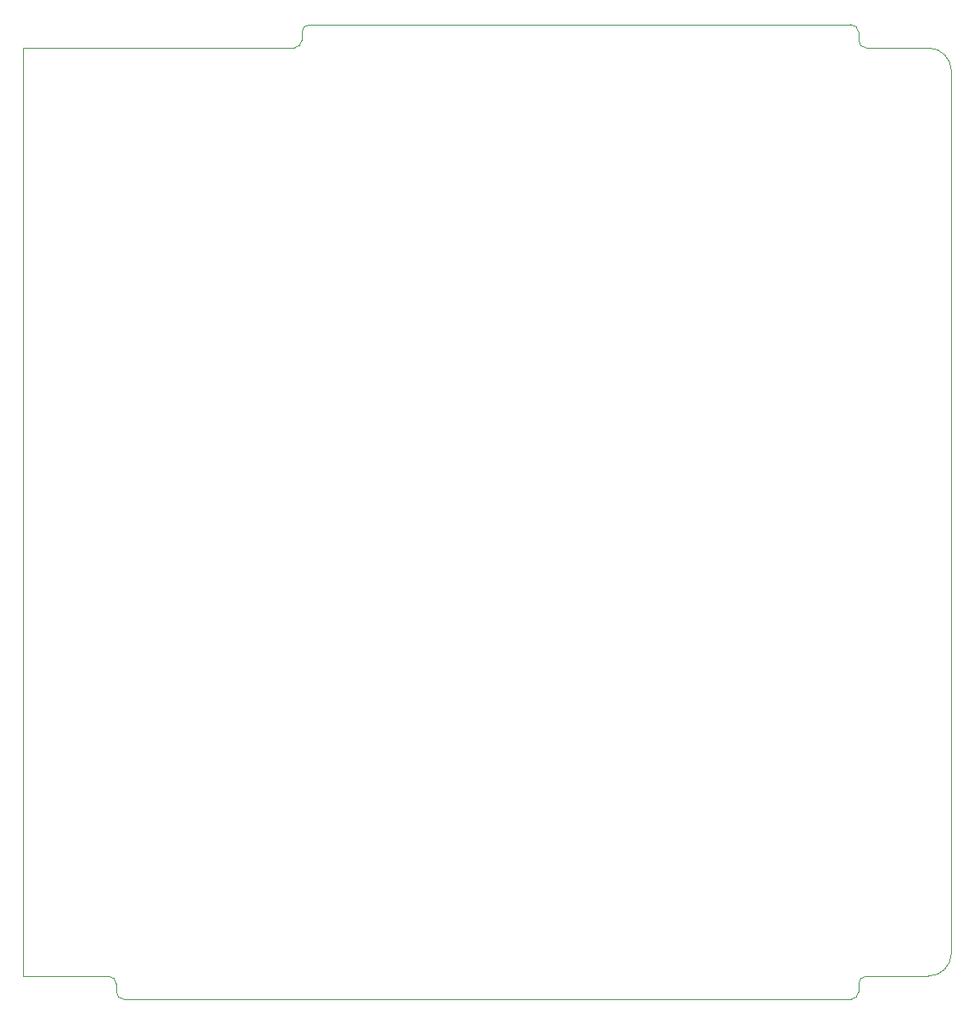
<source format=gm1>
%TF.GenerationSoftware,KiCad,Pcbnew,(5.1.12)-1*%
%TF.CreationDate,2022-01-07T20:18:48-05:00*%
%TF.ProjectId,center-gasket-2,63656e74-6572-42d6-9761-736b65742d32,rev?*%
%TF.SameCoordinates,Original*%
%TF.FileFunction,Profile,NP*%
%FSLAX46Y46*%
G04 Gerber Fmt 4.6, Leading zero omitted, Abs format (unit mm)*
G04 Created by KiCad (PCBNEW (5.1.12)-1) date 2022-01-07 20:18:48*
%MOMM*%
%LPD*%
G01*
G04 APERTURE LIST*
%TA.AperFunction,Profile*%
%ADD10C,0.050000*%
%TD*%
G04 APERTURE END LIST*
D10*
X58737500Y-30956250D02*
X30956250Y-30956250D01*
X59531250Y-29368750D02*
X59531250Y-30162500D01*
X59531250Y-30162500D02*
G75*
G02*
X58737500Y-30956250I-793750J0D01*
G01*
X59531250Y-29368750D02*
G75*
G02*
X60325000Y-28575000I793750J0D01*
G01*
X115887500Y-28575000D02*
X60325000Y-28575000D01*
X116681250Y-29368750D02*
X116681250Y-30162500D01*
X115887500Y-28575000D02*
G75*
G02*
X116681250Y-29368750I0J-793750D01*
G01*
X117475000Y-30956250D02*
G75*
G02*
X116681250Y-30162500I0J793750D01*
G01*
X116681250Y-127000000D02*
X116681250Y-127793750D01*
X116681250Y-127793750D02*
G75*
G02*
X115887500Y-128587500I-793750J0D01*
G01*
X116681250Y-127000000D02*
G75*
G02*
X117475000Y-126206250I793750J0D01*
G01*
X123825000Y-126206250D02*
X117475000Y-126206250D01*
X41275000Y-128587500D02*
X115887500Y-128587500D01*
X40481250Y-127000000D02*
X40481250Y-127793750D01*
X41275000Y-128587500D02*
G75*
G02*
X40481250Y-127793750I0J793750D01*
G01*
X39687500Y-126206250D02*
G75*
G02*
X40481250Y-127000000I0J-793750D01*
G01*
X30956250Y-126206250D02*
X30956250Y-30956250D01*
X126206250Y-123825000D02*
G75*
G02*
X123825000Y-126206250I-2381250J0D01*
G01*
X30956250Y-126206250D02*
X39687500Y-126206250D01*
X126206250Y-33337500D02*
X126206250Y-123825000D01*
X117475000Y-30956250D02*
X123825000Y-30956250D01*
X123825000Y-30956250D02*
G75*
G02*
X126206250Y-33337500I0J-2381250D01*
G01*
M02*

</source>
